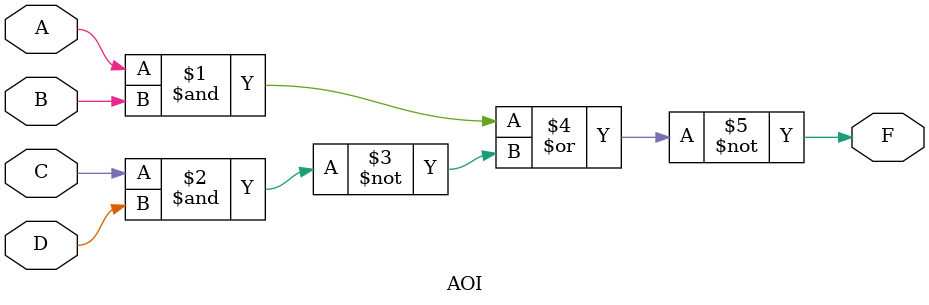
<source format=v>
module AOI (A,B,C,D,F);  //Ä£¿éÃûÎªAOI(¶Ë¿ÚÁÐ±íA£¬B£¬C£¬D£¬F)
  input A,B,C,D;		  //Ä£¿éµÄÊäÈë¶Ë¿ÚÎªA£¬B£¬C£¬D
  output F;		  //Ä£¿éµÄÊä³ö¶Ë¿ÚÎªF
  wire A,B,C,D,F;               	  //¶¨ÒåÐÅºÅµÄÊý¾ÝÀàÐÍ
    assign  F= ~((A&B)|(~(C&D)));	//Âß¼­¹¦ÄÜÃèÊö
endmodule

</source>
